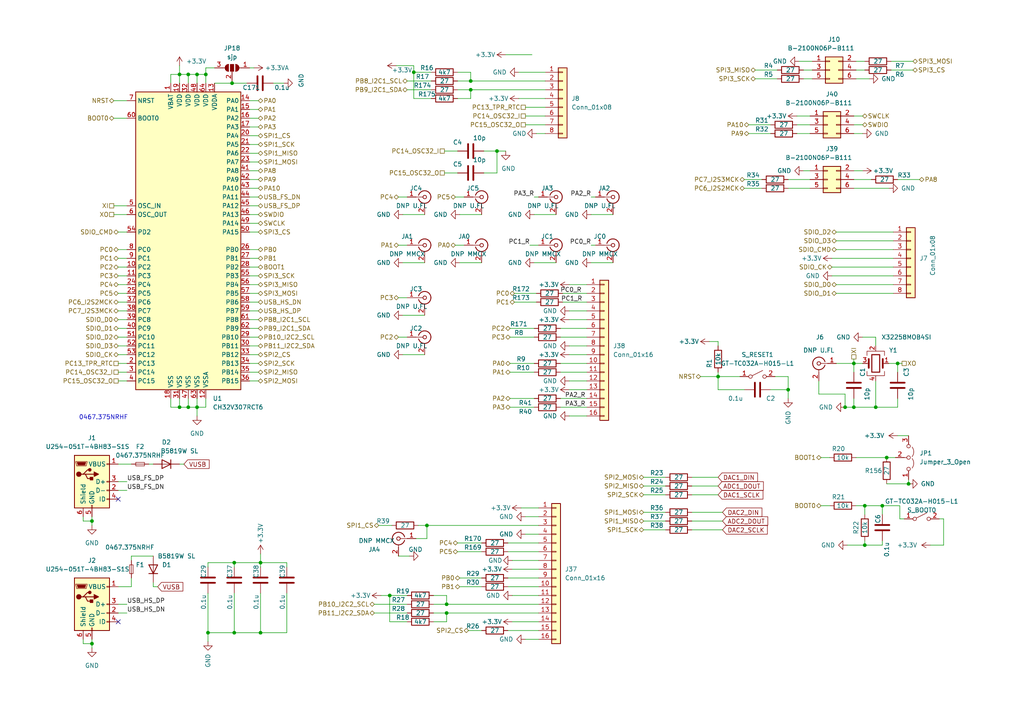
<source format=kicad_sch>
(kicad_sch (version 20211123) (generator eeschema)
  (paper "A4")
  (junction (at 129.54 175.26))
  (junction (at 67.945 163.195))
  (junction (at 263.525 140.335))
  (junction (at 255.905 146.685))
  (junction (at 113.03 172.72))
  (junction (at 60.325 183.515))
  (junction (at 250.825 146.685))
  (junction (at 52.07 118.11))
  (junction (at 57.15 21.59))
  (junction (at 75.565 163.195))
  (junction (at 254 118.11))
  (junction (at 26.67 186.69))
  (junction (at 52.07 21.59))
  (junction (at 67.945 183.515))
  (junction (at 247.65 118.11))
  (junction (at 67.31 24.13))
  (junction (at 260.35 105.41))
  (junction (at 54.61 21.59))
  (junction (at 123.825 152.4))
  (junction (at 208.28 109.22))
  (junction (at 120.015 20.955))
  (junction (at 250.825 158.115))
  (junction (at 59.69 21.59))
  (junction (at 257.175 132.715))
  (junction (at 129.54 177.8))
  (junction (at 54.61 118.11))
  (junction (at 228.6 113.03))
  (junction (at 57.15 118.11))
  (junction (at 136.525 26.035))
  (junction (at 247.65 105.41))
  (junction (at 245.11 118.11))
  (junction (at 144.145 43.815))
  (junction (at 75.565 183.515))
  (junction (at 136.525 23.495))
  (junction (at 26.67 151.13))
  (no_connect (at 34.29 180.34))
  (no_connect (at 34.29 144.78))
  (wire (pts (xy 72.39 85.09) (xy 74.93 85.09)))
  (wire (pts (xy 24.13 186.69) (xy 26.67 186.69)))
  (wire (pts (xy 34.29 85.09) (xy 36.83 85.09)))
  (wire (pts (xy 154.94 62.23) (xy 161.29 62.23)))
  (wire (pts (xy 133.35 170.18) (xy 139.7 170.18)))
  (wire (pts (xy 260.35 126.365) (xy 263.525 126.365)))
  (wire (pts (xy 72.39 31.75) (xy 74.93 31.75)))
  (wire (pts (xy 34.29 105.41) (xy 36.83 105.41)))
  (wire (pts (xy 147.32 170.18) (xy 156.21 170.18)))
  (wire (pts (xy 223.52 113.03) (xy 228.6 113.03)))
  (wire (pts (xy 34.29 80.01) (xy 36.83 80.01)))
  (wire (pts (xy 120.015 28.575) (xy 125.095 28.575)))
  (wire (pts (xy 115.57 57.15) (xy 118.11 57.15)))
  (wire (pts (xy 269.875 158.115) (xy 273.685 158.115)))
  (wire (pts (xy 260.35 105.41) (xy 261.62 105.41)))
  (wire (pts (xy 165.1 110.49) (xy 170.18 110.49)))
  (wire (pts (xy 233.045 49.53) (xy 234.95 49.53)))
  (wire (pts (xy 147.955 118.11) (xy 154.94 118.11)))
  (wire (pts (xy 115.57 86.36) (xy 118.11 86.36)))
  (wire (pts (xy 72.39 80.01) (xy 74.93 80.01)))
  (wire (pts (xy 228.6 109.22) (xy 228.6 113.03)))
  (wire (pts (xy 34.29 139.7) (xy 36.83 139.7)))
  (wire (pts (xy 260.985 146.685) (xy 260.985 150.495)))
  (wire (pts (xy 52.07 19.05) (xy 52.07 21.59)))
  (wire (pts (xy 67.945 163.195) (xy 67.945 164.465)))
  (wire (pts (xy 163.195 85.09) (xy 170.18 85.09)))
  (wire (pts (xy 146.685 15.875) (xy 154.305 15.875)))
  (wire (pts (xy 254 110.49) (xy 254 118.11)))
  (wire (pts (xy 34.29 95.25) (xy 36.83 95.25)))
  (wire (pts (xy 121.285 152.4) (xy 123.825 152.4)))
  (wire (pts (xy 165.1 100.33) (xy 170.18 100.33)))
  (wire (pts (xy 147.955 115.57) (xy 154.94 115.57)))
  (wire (pts (xy 231.14 38.735) (xy 234.95 38.735)))
  (wire (pts (xy 245.11 118.11) (xy 247.65 118.11)))
  (wire (pts (xy 248.285 132.715) (xy 257.175 132.715)))
  (wire (pts (xy 242.57 67.31) (xy 259.08 67.31)))
  (wire (pts (xy 132.715 23.495) (xy 136.525 23.495)))
  (wire (pts (xy 60.325 183.515) (xy 60.325 186.055)))
  (wire (pts (xy 242.57 82.55) (xy 259.08 82.55)))
  (wire (pts (xy 129.54 177.8) (xy 156.21 177.8)))
  (wire (pts (xy 242.57 85.09) (xy 259.08 85.09)))
  (wire (pts (xy 113.03 180.34) (xy 118.11 180.34)))
  (wire (pts (xy 215.9 52.07) (xy 220.98 52.07)))
  (wire (pts (xy 72.39 39.37) (xy 74.93 39.37)))
  (wire (pts (xy 242.57 105.41) (xy 247.65 105.41)))
  (wire (pts (xy 72.39 29.21) (xy 74.93 29.21)))
  (wire (pts (xy 59.69 19.685) (xy 59.69 21.59)))
  (wire (pts (xy 233.045 22.86) (xy 235.585 22.86)))
  (wire (pts (xy 150.495 20.955) (xy 158.115 20.955)))
  (wire (pts (xy 152.4 185.42) (xy 156.21 185.42)))
  (wire (pts (xy 33.02 29.21) (xy 36.83 29.21)))
  (wire (pts (xy 110.49 172.72) (xy 113.03 172.72)))
  (wire (pts (xy 242.57 72.39) (xy 259.08 72.39)))
  (wire (pts (xy 223.52 38.735) (xy 217.17 38.735)))
  (wire (pts (xy 247.65 104.14) (xy 247.65 105.41)))
  (wire (pts (xy 231.14 33.655) (xy 234.95 33.655)))
  (wire (pts (xy 132.715 26.035) (xy 136.525 26.035)))
  (wire (pts (xy 72.39 97.79) (xy 74.93 97.79)))
  (wire (pts (xy 136.525 20.955) (xy 136.525 23.495)))
  (wire (pts (xy 125.73 177.8) (xy 129.54 177.8)))
  (wire (pts (xy 52.07 21.59) (xy 54.61 21.59)))
  (wire (pts (xy 132.715 160.02) (xy 139.7 160.02)))
  (wire (pts (xy 144.145 43.815) (xy 146.685 43.815)))
  (wire (pts (xy 125.095 26.035) (xy 118.11 26.035)))
  (wire (pts (xy 208.28 99.06) (xy 208.28 100.33)))
  (wire (pts (xy 34.29 107.95) (xy 36.83 107.95)))
  (wire (pts (xy 165.1 102.87) (xy 170.18 102.87)))
  (wire (pts (xy 241.3 80.01) (xy 259.08 80.01)))
  (wire (pts (xy 165.1 92.71) (xy 170.18 92.71)))
  (wire (pts (xy 128.905 43.815) (xy 132.715 43.815)))
  (wire (pts (xy 123.825 156.21) (xy 123.825 152.4)))
  (wire (pts (xy 54.61 21.59) (xy 54.61 24.13)))
  (wire (pts (xy 120.015 20.955) (xy 120.015 28.575)))
  (wire (pts (xy 171.45 62.23) (xy 177.8 62.23)))
  (wire (pts (xy 34.29 77.47) (xy 36.83 77.47)))
  (wire (pts (xy 254 118.11) (xy 260.35 118.11)))
  (wire (pts (xy 200.66 138.43) (xy 208.28 138.43)))
  (wire (pts (xy 118.11 23.495) (xy 125.095 23.495)))
  (wire (pts (xy 237.49 114.3) (xy 245.11 114.3)))
  (wire (pts (xy 60.325 163.195) (xy 67.945 163.195)))
  (wire (pts (xy 49.53 21.59) (xy 49.53 24.13)))
  (wire (pts (xy 43.18 134.62) (xy 44.45 134.62)))
  (wire (pts (xy 75.565 163.195) (xy 75.565 164.465)))
  (wire (pts (xy 241.3 77.47) (xy 259.08 77.47)))
  (wire (pts (xy 72.39 54.61) (xy 74.93 54.61)))
  (wire (pts (xy 241.3 74.93) (xy 259.08 74.93)))
  (wire (pts (xy 125.095 20.955) (xy 120.015 20.955)))
  (wire (pts (xy 72.39 87.63) (xy 74.93 87.63)))
  (wire (pts (xy 123.825 152.4) (xy 156.21 152.4)))
  (wire (pts (xy 228.6 113.03) (xy 228.6 115.57)))
  (wire (pts (xy 129.54 175.26) (xy 156.21 175.26)))
  (wire (pts (xy 250.19 97.79) (xy 254 97.79)))
  (wire (pts (xy 24.13 149.86) (xy 24.13 151.13)))
  (wire (pts (xy 203.2 109.22) (xy 208.28 109.22)))
  (wire (pts (xy 82.296 24.13) (xy 79.248 24.13)))
  (wire (pts (xy 257.81 105.41) (xy 260.35 105.41)))
  (wire (pts (xy 147.955 105.41) (xy 154.94 105.41)))
  (wire (pts (xy 115.57 71.12) (xy 118.11 71.12)))
  (wire (pts (xy 24.13 185.42) (xy 24.13 186.69)))
  (wire (pts (xy 255.905 146.685) (xy 255.905 149.225)))
  (wire (pts (xy 60.325 163.195) (xy 60.325 164.465)))
  (wire (pts (xy 109.855 152.4) (xy 113.665 152.4)))
  (wire (pts (xy 200.66 148.59) (xy 209.55 148.59)))
  (wire (pts (xy 231.14 36.195) (xy 234.95 36.195)))
  (wire (pts (xy 171.45 57.15) (xy 172.72 57.15)))
  (wire (pts (xy 75.565 163.195) (xy 75.565 160.655)))
  (wire (pts (xy 72.39 92.71) (xy 74.93 92.71)))
  (wire (pts (xy 266.7 52.07) (xy 260.35 52.07)))
  (wire (pts (xy 247.65 105.41) (xy 250.19 105.41)))
  (wire (pts (xy 147.955 97.79) (xy 154.94 97.79)))
  (wire (pts (xy 57.15 21.59) (xy 57.15 24.13)))
  (wire (pts (xy 72.39 102.87) (xy 74.93 102.87)))
  (wire (pts (xy 252.095 22.86) (xy 248.285 22.86)))
  (wire (pts (xy 132.715 20.955) (xy 136.525 20.955)))
  (wire (pts (xy 75.565 163.195) (xy 83.185 163.195)))
  (wire (pts (xy 72.39 95.25) (xy 74.93 95.25)))
  (wire (pts (xy 237.49 110.49) (xy 237.49 114.3)))
  (wire (pts (xy 120.015 19.05) (xy 120.015 20.955)))
  (wire (pts (xy 136.525 23.495) (xy 158.115 23.495)))
  (wire (pts (xy 208.28 109.22) (xy 214.63 109.22)))
  (wire (pts (xy 115.57 97.79) (xy 118.11 97.79)))
  (wire (pts (xy 57.15 21.59) (xy 59.69 21.59)))
  (wire (pts (xy 260.35 118.11) (xy 260.35 115.57)))
  (wire (pts (xy 250.825 146.685) (xy 250.825 149.225)))
  (wire (pts (xy 148.59 172.72) (xy 156.21 172.72)))
  (wire (pts (xy 228.6 54.61) (xy 234.95 54.61)))
  (wire (pts (xy 72.39 49.53) (xy 74.93 49.53)))
  (wire (pts (xy 34.29 92.71) (xy 36.83 92.71)))
  (wire (pts (xy 150.495 28.575) (xy 158.115 28.575)))
  (wire (pts (xy 165.1 120.65) (xy 170.18 120.65)))
  (wire (pts (xy 260.35 105.41) (xy 260.35 107.95)))
  (wire (pts (xy 162.56 118.11) (xy 170.18 118.11)))
  (wire (pts (xy 147.32 160.02) (xy 156.21 160.02)))
  (wire (pts (xy 67.945 172.085) (xy 67.945 183.515)))
  (wire (pts (xy 26.67 185.42) (xy 26.67 186.69)))
  (wire (pts (xy 149.225 85.09) (xy 155.575 85.09)))
  (wire (pts (xy 208.28 107.95) (xy 208.28 109.22)))
  (wire (pts (xy 72.39 64.77) (xy 74.93 64.77)))
  (wire (pts (xy 200.66 153.67) (xy 209.55 153.67)))
  (wire (pts (xy 250.825 156.845) (xy 250.825 158.115)))
  (wire (pts (xy 147.32 167.64) (xy 156.21 167.64)))
  (wire (pts (xy 154.94 76.2) (xy 161.29 76.2)))
  (wire (pts (xy 136.525 26.035) (xy 158.115 26.035)))
  (wire (pts (xy 264.795 20.32) (xy 258.445 20.32)))
  (wire (pts (xy 118.745 161.29) (xy 115.57 161.29)))
  (wire (pts (xy 162.56 95.25) (xy 170.18 95.25)))
  (wire (pts (xy 186.69 151.13) (xy 193.04 151.13)))
  (wire (pts (xy 53.34 134.62) (xy 52.07 134.62)))
  (wire (pts (xy 162.56 107.95) (xy 170.18 107.95)))
  (wire (pts (xy 238.125 146.685) (xy 240.665 146.685)))
  (wire (pts (xy 33.02 62.23) (xy 36.83 62.23)))
  (wire (pts (xy 38.1 167.64) (xy 38.1 170.18)))
  (wire (pts (xy 118.11 172.72) (xy 113.03 172.72)))
  (wire (pts (xy 208.28 109.22) (xy 208.28 113.03)))
  (wire (pts (xy 108.585 175.26) (xy 118.11 175.26)))
  (wire (pts (xy 264.795 17.78) (xy 258.445 17.78)))
  (wire (pts (xy 26.67 151.13) (xy 26.67 152.4)))
  (wire (pts (xy 200.66 140.97) (xy 208.28 140.97)))
  (wire (pts (xy 33.02 59.69) (xy 36.83 59.69)))
  (wire (pts (xy 263.525 140.335) (xy 257.175 140.335)))
  (wire (pts (xy 273.685 150.495) (xy 273.685 158.115)))
  (wire (pts (xy 57.15 120.65) (xy 57.15 118.11)))
  (wire (pts (xy 72.39 34.29) (xy 74.93 34.29)))
  (wire (pts (xy 34.29 177.8) (xy 36.83 177.8)))
  (wire (pts (xy 135.89 182.88) (xy 139.7 182.88)))
  (wire (pts (xy 125.73 175.26) (xy 129.54 175.26)))
  (wire (pts (xy 217.17 36.195) (xy 223.52 36.195)))
  (wire (pts (xy 34.29 175.26) (xy 36.83 175.26)))
  (wire (pts (xy 148.59 165.1) (xy 156.21 165.1)))
  (wire (pts (xy 250.825 158.115) (xy 255.905 158.115)))
  (wire (pts (xy 34.29 110.49) (xy 36.83 110.49)))
  (wire (pts (xy 255.905 158.115) (xy 255.905 156.845)))
  (wire (pts (xy 34.29 72.39) (xy 36.83 72.39)))
  (wire (pts (xy 72.39 105.41) (xy 74.93 105.41)))
  (wire (pts (xy 52.07 21.59) (xy 49.53 21.59)))
  (wire (pts (xy 238.125 132.715) (xy 240.665 132.715)))
  (wire (pts (xy 233.045 20.32) (xy 235.585 20.32)))
  (wire (pts (xy 272.415 150.495) (xy 273.685 150.495)))
  (wire (pts (xy 52.07 118.11) (xy 49.53 118.11)))
  (wire (pts (xy 72.39 52.07) (xy 74.93 52.07)))
  (wire (pts (xy 163.195 87.63) (xy 170.18 87.63)))
  (wire (pts (xy 67.945 183.515) (xy 60.325 183.515)))
  (wire (pts (xy 116.84 76.2) (xy 123.19 76.2)))
  (wire (pts (xy 83.185 163.195) (xy 83.185 164.465)))
  (wire (pts (xy 151.13 147.32) (xy 156.21 147.32)))
  (wire (pts (xy 34.29 100.33) (xy 36.83 100.33)))
  (wire (pts (xy 247.65 118.11) (xy 254 118.11)))
  (wire (pts (xy 72.39 57.15) (xy 74.93 57.15)))
  (wire (pts (xy 54.61 118.11) (xy 52.07 118.11)))
  (wire (pts (xy 200.66 151.13) (xy 209.55 151.13)))
  (wire (pts (xy 38.1 161.29) (xy 44.45 161.29)))
  (wire (pts (xy 116.84 62.23) (xy 123.19 62.23)))
  (wire (pts (xy 158.115 36.195) (xy 152.4 36.195)))
  (wire (pts (xy 132.08 57.15) (xy 134.62 57.15)))
  (wire (pts (xy 147.32 182.88) (xy 156.21 182.88)))
  (wire (pts (xy 34.29 142.24) (xy 36.83 142.24)))
  (wire (pts (xy 165.1 113.03) (xy 170.18 113.03)))
  (wire (pts (xy 72.39 44.45) (xy 74.93 44.45)))
  (wire (pts (xy 165.1 90.17) (xy 170.18 90.17)))
  (wire (pts (xy 72.39 72.39) (xy 74.93 72.39)))
  (wire (pts (xy 116.84 91.44) (xy 123.19 91.44)))
  (wire (pts (xy 72.39 107.95) (xy 74.93 107.95)))
  (wire (pts (xy 26.67 149.86) (xy 26.67 151.13)))
  (wire (pts (xy 38.1 162.56) (xy 38.1 161.29)))
  (wire (pts (xy 224.79 109.22) (xy 228.6 109.22)))
  (wire (pts (xy 147.32 157.48) (xy 156.21 157.48)))
  (wire (pts (xy 186.69 148.59) (xy 193.04 148.59)))
  (wire (pts (xy 59.69 21.59) (xy 59.69 24.13)))
  (wire (pts (xy 171.45 76.2) (xy 177.8 76.2)))
  (wire (pts (xy 133.35 167.64) (xy 139.7 167.64)))
  (wire (pts (xy 34.29 170.18) (xy 38.1 170.18)))
  (wire (pts (xy 33.02 34.29) (xy 36.83 34.29)))
  (wire (pts (xy 57.15 118.11) (xy 54.61 118.11)))
  (wire (pts (xy 149.225 87.63) (xy 155.575 87.63)))
  (wire (pts (xy 136.525 28.575) (xy 136.525 26.035)))
  (wire (pts (xy 34.29 97.79) (xy 36.83 97.79)))
  (wire (pts (xy 165.1 82.55) (xy 170.18 82.55)))
  (wire (pts (xy 116.84 102.87) (xy 123.19 102.87)))
  (wire (pts (xy 75.565 183.515) (xy 67.945 183.515)))
  (wire (pts (xy 162.56 97.79) (xy 170.18 97.79)))
  (wire (pts (xy 83.185 172.085) (xy 83.185 183.515)))
  (wire (pts (xy 120.65 156.21) (xy 123.825 156.21)))
  (wire (pts (xy 250.19 49.53) (xy 247.65 49.53)))
  (wire (pts (xy 26.67 186.69) (xy 26.67 187.96)))
  (wire (pts (xy 54.61 21.59) (xy 57.15 21.59)))
  (wire (pts (xy 72.39 82.55) (xy 74.93 82.55)))
  (wire (pts (xy 72.39 74.93) (xy 74.93 74.93)))
  (wire (pts (xy 158.115 38.735) (xy 155.575 38.735)))
  (wire (pts (xy 57.15 118.11) (xy 59.69 118.11)))
  (wire (pts (xy 34.29 102.87) (xy 36.83 102.87)))
  (wire (pts (xy 67.31 23.495) (xy 67.31 24.13)))
  (wire (pts (xy 128.905 50.165) (xy 132.715 50.165)))
  (wire (pts (xy 152.4 31.115) (xy 158.115 31.115)))
  (wire (pts (xy 250.19 38.735) (xy 247.65 38.735)))
  (wire (pts (xy 72.39 90.17) (xy 74.93 90.17)))
  (wire (pts (xy 72.39 46.99) (xy 74.93 46.99)))
  (wire (pts (xy 132.715 28.575) (xy 136.525 28.575)))
  (wire (pts (xy 52.07 118.11) (xy 52.07 115.57)))
  (wire (pts (xy 129.54 172.72) (xy 129.54 175.26)))
  (wire (pts (xy 67.945 163.195) (xy 75.565 163.195)))
  (wire (pts (xy 34.29 134.62) (xy 38.1 134.62)))
  (wire (pts (xy 129.54 180.34) (xy 129.54 177.8)))
  (wire (pts (xy 205.74 99.06) (xy 208.28 99.06)))
  (wire (pts (xy 67.31 24.13) (xy 71.628 24.13)))
  (wire (pts (xy 72.39 59.69) (xy 74.93 59.69)))
  (wire (pts (xy 254 97.79) (xy 254 100.33)))
  (wire (pts (xy 219.075 20.32) (xy 225.425 20.32)))
  (wire (pts (xy 62.23 24.13) (xy 67.31 24.13)))
  (wire (pts (xy 152.4 154.94) (xy 156.21 154.94)))
  (wire (pts (xy 250.19 33.655) (xy 247.65 33.655)))
  (wire (pts (xy 228.6 52.07) (xy 234.95 52.07)))
  (wire (pts (xy 133.35 76.2) (xy 139.7 76.2)))
  (wire (pts (xy 59.69 118.11) (xy 59.69 115.57)))
  (wire (pts (xy 114.935 19.05) (xy 120.015 19.05)))
  (wire (pts (xy 148.59 162.56) (xy 156.21 162.56)))
  (wire (pts (xy 257.81 54.61) (xy 247.65 54.61)))
  (wire (pts (xy 44.45 168.91) (xy 44.45 170.18)))
  (wire (pts (xy 72.39 77.47) (xy 74.93 77.47)))
  (wire (pts (xy 34.29 74.93) (xy 36.83 74.93)))
  (wire (pts (xy 133.35 62.23) (xy 139.7 62.23)))
  (wire (pts (xy 257.175 132.715) (xy 259.715 132.715)))
  (wire (pts (xy 147.955 95.25) (xy 154.94 95.25)))
  (wire (pts (xy 186.69 153.67) (xy 193.04 153.67)))
  (wire (pts (xy 263.525 140.335) (xy 263.525 139.065)))
  (wire (pts (xy 171.45 71.12) (xy 172.72 71.12)))
  (wire (pts (xy 186.69 138.43) (xy 193.04 138.43)))
  (wire (pts (xy 140.335 50.165) (xy 144.145 50.165)))
  (wire (pts (xy 231.775 17.78) (xy 235.585 17.78)))
  (wire (pts (xy 144.145 43.815) (xy 144.145 50.165)))
  (wire (pts (xy 72.39 62.23) (xy 74.93 62.23)))
  (wire (pts (xy 72.39 67.31) (xy 74.93 67.31)))
  (wire (pts (xy 242.57 69.85) (xy 259.08 69.85)))
  (wire (pts (xy 162.56 115.57) (xy 170.18 115.57)))
  (wire (pts (xy 132.715 157.48) (xy 139.7 157.48)))
  (wire (pts (xy 34.29 90.17) (xy 36.83 90.17)))
  (wire (pts (xy 247.65 115.57) (xy 247.65 118.11)))
  (wire (pts (xy 154.94 57.15) (xy 156.21 57.15)))
  (wire (pts (xy 148.59 180.34) (xy 156.21 180.34)))
  (wire (pts (xy 24.13 151.13) (xy 26.67 151.13)))
  (wire (pts (xy 158.115 33.655) (xy 152.4 33.655)))
  (wire (pts (xy 144.145 43.815) (xy 140.335 43.815)))
  (wire (pts (xy 219.075 22.86) (xy 225.425 22.86)))
  (wire (pts (xy 152.4 149.86) (xy 156.21 149.86)))
  (wire (pts (xy 248.285 146.685) (xy 250.825 146.685)))
  (wire (pts (xy 108.585 177.8) (xy 118.11 177.8)))
  (wire (pts (xy 72.39 41.91) (xy 74.93 41.91)))
  (wire (pts (xy 72.39 36.83) (xy 74.93 36.83)))
  (wire (pts (xy 62.23 19.685) (xy 59.69 19.685)))
  (wire (pts (xy 215.9 54.61) (xy 220.98 54.61)))
  (wire (pts (xy 186.69 143.51) (xy 193.04 143.51)))
  (wire (pts (xy 45.72 170.18) (xy 44.45 170.18)))
  (wire (pts (xy 72.39 110.49) (xy 74.93 110.49)))
  (wire (pts (xy 252.73 52.07) (xy 247.65 52.07)))
  (wire (pts (xy 132.08 71.12) (xy 134.62 71.12)))
  (wire (pts (xy 57.15 118.11) (xy 57.15 115.57)))
  (wire (pts (xy 34.29 87.63) (xy 36.83 87.63)))
  (wire (pts (xy 245.11 114.3) (xy 245.11 118.11)))
  (wire (pts (xy 34.29 82.55) (xy 36.83 82.55)))
  (wire (pts (xy 208.28 113.03) (xy 215.9 113.03)))
  (wire (pts (xy 83.185 183.515) (xy 75.565 183.515)))
  (wire (pts (xy 60.325 172.085) (xy 60.325 183.515)))
  (wire (pts (xy 52.07 21.59) (xy 52.07 24.13)))
  (wire (pts (xy 49.53 118.11) (xy 49.53 115.57)))
  (wire (pts (xy 250.825 146.685) (xy 255.905 146.685)))
  (wire (pts (xy 186.69 140.97) (xy 193.04 140.97)))
  (wire (pts (xy 73.66 19.685) (xy 72.39 19.685)))
  (wire (pts (xy 125.73 180.34) (xy 129.54 180.34)))
  (wire (pts (xy 247.65 105.41) (xy 247.65 107.95)))
  (wire (pts (xy 250.825 17.78) (xy 248.285 17.78)))
  (wire (pts (xy 260.985 150.495) (xy 262.255 150.495)))
  (wire (pts (xy 75.565 172.085) (xy 75.565 183.515)))
  (wire (pts (xy 255.905 146.685) (xy 260.985 146.685)))
  (wire (pts (xy 250.825 20.32) (xy 248.285 20.32)))
  (wire (pts (xy 125.73 172.72) (xy 129.54 172.72)))
  (wire (pts (xy 113.03 172.72) (xy 113.03 180.34)))
  (wire (pts (xy 200.66 143.51) (xy 208.28 143.51)))
  (wire (pts (xy 245.745 158.115) (xy 250.825 158.115)))
  (wire (pts (xy 54.61 118.11) (xy 54.61 115.57)))
  (wire (pts (xy 72.39 100.33) (xy 74.93 100.33)))
  (wire (pts (xy 162.56 105.41) (xy 170.18 105.41)))
  (wire (pts (xy 250.19 36.195) (xy 247.65 36.195)))
  (wire (pts (xy 147.955 107.95) (xy 154.94 107.95)))
  (wire (pts (xy 34.29 67.31) (xy 36.83 67.31)))
  (wire (pts (xy 153.67 71.12) (xy 156.21 71.12)))
  (text "0467.375NRHF" (at 22.86 121.92 0) (effects (font (size 1.27 1.27)) (justify left bottom)))
  (label "USB_HS_DN" (at 36.83 177.8 0))
  (label "PC0_R" (at 168.7063 85.09 180))
  (label "USB_FS_DP" (at 36.83 139.7 0))
  (label "PA3_R" (at 154.94 57.15 180))
  (label "USB_HS_DP" (at 36.83 175.26 0))
  (label "PA2_R" (at 171.45 57.15 180))
  (label "PC0_R" (at 171.45 71.12 180))
  (label "PC1_R" (at 168.91 87.63 180))
  (label "PA3_R" (at 163.83 118.11 0))
  (label "PC1_R" (at 153.67 71.12 180))
  (label "USB_FS_DN" (at 36.83 142.24 0))
  (label "PA2_R" (at 163.83 115.57 0))
  (global_label "DAC2_SCLK" (shape input) (at 209.55 153.67 0) (property "Intersheet References" "${INTERSHEET_REFS}" (effects hide)))
  (global_label "DAC1_DIN" (shape input) (at 208.28 138.43 0) (property "Intersheet References" "${INTERSHEET_REFS}" (effects hide)))
  (global_label "VUSB" (shape input) (at 53.34 134.62 0) (property "Intersheet References" "${INTERSHEET_REFS}" (effects hide)))
  (global_label "VUSB" (shape input) (at 45.72 170.18 0) (property "Intersheet References" "${INTERSHEET_REFS}" (effects hide)))
  (global_label "DAC2_DIN" (shape input) (at 209.55 148.59 0) (property "Intersheet References" "${INTERSHEET_REFS}" (effects hide)))
  (global_label "ADC1_DOUT" (shape input) (at 208.28 140.97 0) (property "Intersheet References" "${INTERSHEET_REFS}" (effects hide)))
  (global_label "ADC2_DOUT" (shape input) (at 209.55 151.13 0) (property "Intersheet References" "${INTERSHEET_REFS}" (effects hide)))
  (global_label "DAC1_SCLK" (shape input) (at 208.28 143.51 0) (property "Intersheet References" "${INTERSHEET_REFS}" (effects hide)))
  (hierarchical_label "PC3" (shape bidirectional) (at 147.955 97.79 180))
  (hierarchical_label "PA9" (shape bidirectional) (at 217.17 38.735 180))
  (hierarchical_label "XO" (shape passive) (at 261.62 105.41 0))
  (hierarchical_label "PA1" (shape bidirectional) (at 147.955 107.95 180))
  (hierarchical_label "PA3" (shape bidirectional) (at 74.93 36.83 0))
  (hierarchical_label "PB1" (shape bidirectional) (at 74.93 74.93 0))
  (hierarchical_label "NRST" (shape bidirectional) (at 203.2 109.22 180))
  (hierarchical_label "SWCLK" (shape bidirectional) (at 250.19 33.655 0))
  (hierarchical_label "SPI1_SCK" (shape bidirectional) (at 74.93 41.91 0))
  (hierarchical_label "SPI1_MISO" (shape bidirectional) (at 74.93 44.45 0))
  (hierarchical_label "SPI3_MOSI" (shape bidirectional) (at 74.93 85.09 0))
  (hierarchical_label "XO" (shape passive) (at 33.02 62.23 180))
  (hierarchical_label "SDIO_CMD" (shape bidirectional) (at 34.29 67.31 180))
  (hierarchical_label "SPI2_SCK" (shape bidirectional) (at 74.93 105.41 0))
  (hierarchical_label "PC6_I2S2MCK" (shape bidirectional) (at 34.29 87.63 180))
  (hierarchical_label "SDIO_D2" (shape bidirectional) (at 242.57 67.31 180))
  (hierarchical_label "PC6_I2S2MCK" (shape bidirectional) (at 215.9 54.61 180))
  (hierarchical_label "PC5" (shape bidirectional) (at 34.29 85.09 180))
  (hierarchical_label "PB10_I2C2_SCL" (shape bidirectional) (at 108.585 175.26 180))
  (hierarchical_label "PA9" (shape bidirectional) (at 74.93 52.07 0))
  (hierarchical_label "PA3" (shape bidirectional) (at 147.955 118.11 180))
  (hierarchical_label "PA10" (shape bidirectional) (at 74.93 54.61 0))
  (hierarchical_label "PB9_I2C1_SDA" (shape bidirectional) (at 74.93 95.25 0))
  (hierarchical_label "PA2" (shape bidirectional) (at 74.93 34.29 0))
  (hierarchical_label "PC7_I2S3MCK" (shape bidirectional) (at 215.9 52.07 180))
  (hierarchical_label "SPI1_CS" (shape bidirectional) (at 109.855 152.4 180))
  (hierarchical_label "PC1" (shape bidirectional) (at 149.225 87.63 180))
  (hierarchical_label "SPI3_MISO" (shape bidirectional) (at 219.075 20.32 180))
  (hierarchical_label "BOOT1" (shape bidirectional) (at 238.125 132.715 180))
  (hierarchical_label "PC14_OSC32_I" (shape passive) (at 128.905 43.815 180))
  (hierarchical_label "SDIO_D0" (shape bidirectional) (at 242.57 82.55 180))
  (hierarchical_label "NRST" (shape bidirectional) (at 33.02 29.21 180))
  (hierarchical_label "SPI1_MOSI" (shape bidirectional) (at 186.69 148.59 180))
  (hierarchical_label "SDIO_D2" (shape bidirectional) (at 34.29 97.79 180))
  (hierarchical_label "USB_FS_DN" (shape bidirectional) (at 74.93 57.15 0))
  (hierarchical_label "SPI1_SCK" (shape bidirectional) (at 186.69 153.67 180))
  (hierarchical_label "SPI3_CS" (shape bidirectional) (at 74.93 67.31 0))
  (hierarchical_label "PB0" (shape bidirectional) (at 74.93 72.39 0))
  (hierarchical_label "SPI3_MISO" (shape bidirectional) (at 74.93 82.55 0))
  (hierarchical_label "PA2" (shape bidirectional) (at 147.955 115.57 180))
  (hierarchical_label "SPI3_SCK" (shape bidirectional) (at 74.93 80.01 0))
  (hierarchical_label "SPI1_MOSI" (shape bidirectional) (at 74.93 46.99 0))
  (hierarchical_label "SPI2_MISO" (shape bidirectional) (at 74.93 107.95 0))
  (hierarchical_label "PC2" (shape bidirectional) (at 147.955 95.25 180))
  (hierarchical_label "PC3" (shape bidirectional) (at 115.57 86.36 180))
  (hierarchical_label "SPI3_MOSI" (shape bidirectional) (at 264.795 17.78 0))
  (hierarchical_label "PC13_TPR_RTC" (shape passive) (at 152.4 31.115 180))
  (hierarchical_label "USB_HS_DP" (shape bidirectional) (at 74.93 90.17 0))
  (hierarchical_label "XI" (shape passive) (at 33.02 59.69 180))
  (hierarchical_label "SWDIO" (shape bidirectional) (at 250.19 36.195 0))
  (hierarchical_label "PA1" (shape bidirectional) (at 115.57 71.12 180))
  (hierarchical_label "PC14_OSC32_I" (shape passive) (at 152.4 33.655 180))
  (hierarchical_label "SDIO_CMD" (shape bidirectional) (at 242.57 72.39 180))
  (hierarchical_label "PC4" (shape bidirectional) (at 34.29 82.55 180))
  (hierarchical_label "PA0" (shape bidirectional) (at 132.08 71.12 180))
  (hierarchical_label "PA8" (shape bidirectional) (at 74.93 49.53 0))
  (hierarchical_label "PB8_I2C1_SCL" (shape bidirectional) (at 74.93 92.71 0))
  (hierarchical_label "PB10_I2C2_SCL" (shape bidirectional) (at 74.93 97.79 0))
  (hierarchical_label "PC3" (shape bidirectional) (at 34.29 80.01 180))
  (hierarchical_label "SWDIO" (shape bidirectional) (at 74.93 62.23 0))
  (hierarchical_label "BOOT0" (shape bidirectional) (at 33.02 34.29 180))
  (hierarchical_label "PA8" (shape bidirectional) (at 266.7 52.07 0))
  (hierarchical_label "BOOT1" (shape bidirectional) (at 74.93 77.47 0))
  (hierarchical_label "USB_FS_DP" (shape bidirectional) (at 74.93 59.69 0))
  (hierarchical_label "SPI3_CS" (shape bidirectional) (at 264.795 20.32 0))
  (hierarchical_label "PC0" (shape bidirectional) (at 34.29 72.39 180))
  (hierarchical_label "PC2" (shape bidirectional) (at 115.57 97.79 180))
  (hierarchical_label "PA0" (shape bidirectional) (at 147.955 105.41 180))
  (hierarchical_label "SWCLK" (shape bidirectional) (at 74.93 64.77 0))
  (hierarchical_label "SDIO_CK" (shape bidirectional) (at 34.29 102.87 180))
  (hierarchical_label "SDIO_D3" (shape bidirectional) (at 242.57 69.85 180))
  (hierarchical_label "PA10" (shape bidirectional) (at 217.17 36.195 180))
  (hierarchical_label "PB11_I2C2_SDA" (shape bidirectional) (at 74.93 100.33 0))
  (hierarchical_label "PC5" (shape bidirectional) (at 132.715 160.02 180))
  (hierarchical_label "PB0" (shape bidirectional) (at 133.35 167.64 180))
  (hierarchical_label "SDIO_D3" (shape bidirectional) (at 34.29 100.33 180))
  (hierarchical_label "PC4" (shape bidirectional) (at 115.57 57.15 180))
  (hierarchical_label "BOOT0" (shape bidirectional) (at 238.125 146.685 180))
  (hierarchical_label "USB_HS_DN" (shape bidirectional) (at 74.93 87.63 0))
  (hierarchical_label "SDIO_D1" (shape bidirectional) (at 242.57 85.09 180))
  (hierarchical_label "SPI2_MOSI" (shape bidirectional) (at 74.93 110.49 0))
  (hierarchical_label "PC13_TPR_RTC" (shape passive) (at 34.29 105.41 180))
  (hierarchical_label "SPI1_CS" (shape bidirectional) (at 74.93 39.37 0))
  (hierarchical_label "SDIO_D0" (shape bidirectional) (at 34.29 92.71 180))
  (hierarchical_label "PC5" (shape bidirectional) (at 132.08 57.15 180))
  (hierarchical_label "PB8_I2C1_SCL" (shape bidirectional) (at 118.11 23.495 180))
  (hierarchical_label "PC14_OSC32_I" (shape passive) (at 34.29 107.95 180))
  (hierarchical_label "PB1" (shape bidirectional) (at 133.35 170.18 180))
  (hierarchical_label "PA0" (shape bidirectional) (at 74.93 29.21 0))
  (hierarchical_label "PC0" (shape bidirectional) (at 149.225 85.09 180))
  (hierarchical_label "SPI2_SCK" (shape bidirectional) (at 186.69 143.51 180))
  (hierarchical_label "SPI2_CS" (shape bidirectional) (at 74.93 102.87 0))
  (hierarchical_label "PC1" (shape bidirectional) (at 34.29 74.93 180))
  (hierarchical_label "PC15_OSC32_O" (shape passive) (at 34.29 110.49 180))
  (hierarchical_label "SPI2_MISO" (shape bidirectional) (at 186.69 140.97 180))
  (hierarchical_label "PB9_I2C1_SDA" (shape bidirectional) (at 118.11 26.035 180))
  (hierarchical_label "SDIO_CK" (shape bidirectional) (at 241.3 77.47 180))
  (hierarchical_label "PA1" (shape bidirectional) (at 74.93 31.75 0))
  (hierarchical_label "SPI2_MOSI" (shape bidirectional) (at 186.69 138.43 180))
  (hierarchical_label "PC2" (shape bidirectional) (at 34.29 77.47 180))
  (hierarchical_label "XI" (shape passive) (at 247.65 104.14 90))
  (hierarchical_label "SPI2_CS" (shape bidirectional) (at 135.89 182.88 180))
  (hierarchical_label "PC15_OSC32_O" (shape passive) (at 152.4 36.195 180))
  (hierarchical_label "PB11_I2C2_SDA" (shape bidirectional) (at 108.585 177.8 180))
  (hierarchical_label "PC4" (shape bidirectional) (at 132.715 157.48 180))
  (hierarchical_label "PC7_I2S3MCK" (shape bidirectional) (at 34.29 90.17 180))
  (hierarchical_label "SDIO_D1" (shape bidirectional) (at 34.29 95.25 180))
  (hierarchical_label "PC15_OSC32_O" (shape passive) (at 128.905 50.165 180))
  (hierarchical_label "SPI3_SCK" (shape bidirectional) (at 219.075 22.86 180))
  (hierarchical_label "SPI1_MISO" (shape bidirectional) (at 186.69 151.13 180))
  (symbol (lib_id "Device:Crystal_GND24") (at 254 105.41 0) (mirror y) (unit 1)
    (property "Reference" "Y1" (at 259.08 101.6 0))
    (property "Value" "X32258MOB4SI" (at 262.89 97.79 0))
    (property "Footprint" "Crystal:Crystal_SMD_SeikoEpson_TSX3225-4Pin_3.2x2.5mm" (effects hide))
  )
  (symbol (lib_id "power:+3.3V") (at 148.59 165.1 90) (unit 1)
    (property "Reference" "#PWR0132" (effects hide))
    (property "Value" "+3.3V" (at 139.7 165.1 90) (effects (justify right)))
  )
  (symbol (lib_id "power:GND") (at 241.3 80.01 270) (unit 1)
    (property "Reference" "#PWR0124" (effects hide))
    (property "Value" "GND" (at 233.68 80.01 90) (effects (justify left)))
  )
  (symbol (lib_id "power:+3.3V") (at 231.14 33.655 90) (unit 1)
    (property "Reference" "#PWR0120" (effects hide))
    (property "Value" "+3.3V" (at 222.25 33.655 90) (effects (justify right)))
  )
  (symbol (lib_id "Device:C") (at 260.35 111.76 180) (unit 1)
    (property "Reference" "C3" (at 262.89 107.95 90))
    (property "Value" "10p" (at 264.16 114.3 90))
    (property "Footprint" "Capacitor_SMD:C_0603_1608Metric_Pad1.08x0.95mm_HandSolder" (effects hide))
  )
  (symbol (lib_id "Device:R") (at 159.385 87.63 90) (unit 1)
    (property "Reference" "R173" (at 151.13 86.36 90))
    (property "Value" "27" (at 159.385 87.63 90))
    (property "Footprint" "Resistor_SMD:R_0603_1608Metric_Pad0.98x0.95mm_HandSolder" (effects hide))
  )
  (symbol (lib_id "Device:D") (at 48.26 134.62 180) (unit 1)
    (property "Reference" "D2" (at 48.26 128.27 0))
    (property "Value" "B5819W SL" (at 52.07 130.81 0))
    (property "Footprint" "Diode_SMD:D_SOD-123" (effects hide))
  )
  (symbol (lib_id "power:GND") (at 82.296 24.13 90) (unit 1)
    (property "Reference" "#PWR0258" (effects hide))
    (property "Value" "GND" (at 87.376 25.4 0) (effects (justify left)))
  )
  (symbol (lib_id "power:GND") (at 252.095 22.86 90) (unit 1)
    (property "Reference" "#PWR0106" (effects hide))
    (property "Value" "GND" (at 259.715 22.86 90) (effects (justify left)))
  )
  (symbol (lib_id "Device:Fuse_Small") (at 38.1 165.1 90) (unit 1)
    (property "Reference" "F1" (at 39.37 163.8299 90) (effects (justify right)))
    (property "Value" "0467.375NRHF" (at 30.48 158.75 90) (effects (justify right)))
    (property "Footprint" "Fuse:Fuse_0603_1608Metric_Pad1.05x0.95mm_HandSolder" (effects hide))
  )
  (symbol (lib_id "power:GND") (at 133.35 62.23 270) (unit 1)
    (property "Reference" "#PWR0265" (effects hide))
    (property "Value" "GND" (at 125.73 62.23 90) (effects (justify left)))
  )
  (symbol (lib_id "Device:R") (at 128.905 23.495 90) (unit 1)
    (property "Reference" "R17" (at 122.555 22.225 90))
    (property "Value" "27" (at 128.905 23.495 90))
    (property "Footprint" "Resistor_SMD:R_0603_1608Metric_Pad0.98x0.95mm_HandSolder" (effects hide))
  )
  (symbol (lib_id "Device:R") (at 117.475 152.4 90) (unit 1)
    (property "Reference" "R39" (at 111.125 151.13 90))
    (property "Value" "27" (at 117.475 152.4 90))
    (property "Footprint" "Resistor_SMD:R_0603_1608Metric_Pad0.98x0.95mm_HandSolder" (effects hide))
  )
  (symbol (lib_id "Device:C") (at 255.905 153.035 180) (unit 1)
    (property "Reference" "C6" (at 254.635 150.495 90))
    (property "Value" "0.1u" (at 257.175 159.385 90))
    (property "Footprint" "Capacitor_SMD:C_0603_1608Metric_Pad1.08x0.95mm_HandSolder" (effects hide))
  )
  (symbol (lib_id "power:GND") (at 154.94 76.2 270) (unit 1)
    (property "Reference" "#PWR0269" (effects hide))
    (property "Value" "GND" (at 147.32 76.2 90) (effects (justify left)))
  )
  (symbol (lib_id "Device:R") (at 208.28 104.14 180) (unit 1)
    (property "Reference" "R1" (at 205.74 105.41 90))
    (property "Value" "10k" (at 208.28 104.14 90))
    (property "Footprint" "Resistor_SMD:R_0603_1608Metric_Pad0.98x0.95mm_HandSolder" (effects hide))
  )
  (symbol (lib_id "Device:C") (at 75.438 24.13 270) (unit 1)
    (property "Reference" "C171" (at 72.898 25.4 90))
    (property "Value" "0.1u" (at 81.788 25.4 90))
    (property "Footprint" "Capacitor_SMD:C_0603_1608Metric_Pad1.08x0.95mm_HandSolder" (effects hide))
  )
  (symbol (lib_id "Connector:Conn_Coaxial") (at 123.19 86.36 0) (unit 1)
    (property "Reference" "JC3" (at 120.65 83.82 0))
    (property "Value" "DNP U.FL" (at 119.38 88.9 0))
    (property "Footprint" "Connector_Coaxial:U.FL_Hirose_U.FL-R-SMT-1_Vertical" (effects hide))
    (property "Datasheet" " ~" (effects hide))
  )
  (symbol (lib_id "Device:R") (at 250.825 153.035 0) (unit 1)
    (property "Reference" "R22" (at 248.285 153.035 90))
    (property "Value" "10k" (at 250.825 153.035 90))
    (property "Footprint" "Resistor_SMD:R_0603_1608Metric_Pad0.98x0.95mm_HandSolder" (effects hide))
  )
  (symbol (lib_id "power:GND") (at 257.81 54.61 90) (unit 1)
    (property "Reference" "#PWR0122" (effects hide))
    (property "Value" "GND" (at 265.43 54.61 90) (effects (justify left)))
  )
  (symbol (lib_id "power:GND") (at 146.685 43.815 0) (unit 1)
    (property "Reference" "#PWR0126" (effects hide))
    (property "Value" "GND" (at 145.415 48.895 0) (effects (justify left)))
  )
  (symbol (lib_id "power:GND") (at 228.6 115.57 0) (unit 1)
    (property "Reference" "#PWR0123" (effects hide))
    (property "Value" "GND" (at 228.6 123.19 90) (effects (justify left)))
  )
  (symbol (lib_id "Device:R") (at 158.75 107.95 90) (unit 1)
    (property "Reference" "R10" (at 151.765 106.68 90))
    (property "Value" "27" (at 158.75 107.95 90))
    (property "Footprint" "Resistor_SMD:R_0603_1608Metric_Pad0.98x0.95mm_HandSolder" (effects hide))
  )
  (symbol (lib_id "Device:R") (at 121.92 172.72 90) (unit 1)
    (property "Reference" "R19" (at 116.84 171.45 90))
    (property "Value" "4k7" (at 121.92 172.72 90))
    (property "Footprint" "Resistor_SMD:R_0603_1608Metric_Pad0.98x0.95mm_HandSolder" (effects hide))
  )
  (symbol (lib_id "power:GND") (at 165.1 100.33 270) (mirror x) (unit 1)
    (property "Reference" "#PWR0115" (effects hide))
    (property "Value" "GND" (at 157.48 100.33 90) (effects (justify left)))
  )
  (symbol (lib_id "Connector:Conn_Coaxial") (at 161.29 71.12 0) (unit 1)
    (property "Reference" "JC1" (at 158.75 68.58 0))
    (property "Value" "DNP MMCX" (at 157.48 73.66 0))
    (property "Footprint" "SamacSys_Parts:MMCX_Molex_SMT_734152061_Vertical" (effects hide))
    (property "Datasheet" " ~" (effects hide))
  )
  (symbol (lib_id "Device:C") (at 136.525 50.165 270) (unit 1)
    (property "Reference" "C5" (at 132.715 47.625 90))
    (property "Value" "10p" (at 139.065 46.355 90))
    (property "Footprint" "Capacitor_SMD:C_0603_1608Metric_Pad1.08x0.95mm_HandSolder" (effects hide))
  )
  (symbol (lib_id "Connector:Conn_Coaxial") (at 237.49 105.41 0) (mirror y) (unit 1)
    (property "Reference" "J6" (at 237.8074 97.79 0))
    (property "Value" "DNP U.FL" (at 237.49 101.6 0))
    (property "Footprint" "Connector_Coaxial:U.FL_Hirose_U.FL-R-SMT-1_Vertical" (effects hide))
    (property "Datasheet" " ~" (effects hide))
  )
  (symbol (lib_id "Connector:Conn_Coaxial") (at 139.7 71.12 0) (unit 1)
    (property "Reference" "JA0" (at 134.62 68.58 0))
    (property "Value" "DNP MMCX" (at 135.89 73.66 0))
    (property "Footprint" "SamacSys_Parts:MMCX_Molex_SMT_734152061_Vertical" (effects hide))
    (property "Datasheet" " ~" (effects hide))
  )
  (symbol (lib_id "power:GND") (at 118.745 161.29 90) (unit 1)
    (property "Reference" "#PWR0138" (effects hide))
    (property "Value" "GND" (at 122.555 159.385 90) (effects (justify left)))
  )
  (symbol (lib_id "power:GND") (at 26.67 152.4 0) (unit 1)
    (property "Reference" "#PWR0117" (effects hide))
    (property "Value" "GND" (at 26.67 157.48 0))
  )
  (symbol (lib_id "Jumper:Jumper_3_Open") (at 263.525 132.715 270) (mirror x) (unit 1)
    (property "Reference" "JP1" (at 266.7 131.4449 90) (effects (justify left)))
    (property "Value" "Jumper_3_Open" (at 266.7 133.9849 90) (effects (justify left)))
    (property "Footprint" "Connector_PinHeader_2.00mm:PinHeader_1x03_P2.00mm_Vertical" (effects hide))
  )
  (symbol (lib_id "Connector:Conn_Coaxial") (at 123.19 97.79 0) (unit 1)
    (property "Reference" "JC2" (at 120.65 95.25 0))
    (property "Value" "DNP U.FL" (at 119.38 100.33 0))
    (property "Footprint" "Connector_Coaxial:U.FL_Hirose_U.FL-R-SMT-1_Vertical" (effects hide))
    (property "Datasheet" " ~" (effects hide))
  )
  (symbol (lib_id "wch-mcu:CH32V307RCT6") (at 36.83 29.21 0) (unit 1)
    (property "Reference" "U1" (at 61.7094 115.57 0) (effects (justify left)))
    (property "Value" "CH32V307RCT6" (at 61.7094 118.11 0) (effects (justify left)))
    (property "Footprint" "Package_QFP:LQFP-64_10x10mm_P0.5mm" (effects hide))
    (property "Datasheet" "https://datasheet.lcsc.com/lcsc/2203311630_WCH-Jiangsu-Qin-Heng-CH32V307RCT6_C2988083.pdf" (effects hide))
  )
  (symbol (lib_id "Device:R") (at 196.85 153.67 90) (unit 1)
    (property "Reference" "R38" (at 190.5 152.4 90))
    (property "Value" "27" (at 196.85 153.67 90))
    (property "Footprint" "Resistor_SMD:R_0603_1608Metric_Pad0.98x0.95mm_HandSolder" (effects hide))
  )
  (symbol (lib_id "Device:R") (at 158.75 95.25 90) (unit 1)
    (property "Reference" "R171" (at 150.495 93.98 90))
    (property "Value" "27" (at 158.75 95.25 90))
    (property "Footprint" "Resistor_SMD:R_0603_1608Metric_Pad0.98x0.95mm_HandSolder" (effects hide))
  )
  (symbol (lib_id "Connector:Conn_Coaxial") (at 123.19 57.15 0) (unit 1)
    (property "Reference" "JC4" (at 120.65 54.61 0))
    (property "Value" "DNP U.FL" (at 119.38 59.69 0))
    (property "Footprint" "Connector_Coaxial:U.FL_Hirose_U.FL-R-SMT-1_Vertical" (effects hide))
    (property "Datasheet" " ~" (effects hide))
  )
  (symbol (lib_id "Device:R") (at 224.79 52.07 90) (unit 1)
    (property "Reference" "R34" (at 218.44 50.8 90))
    (property "Value" "27" (at 224.79 52.07 90))
    (property "Footprint" "Resistor_SMD:R_0603_1608Metric_Pad0.98x0.95mm_HandSolder" (effects hide))
  )
  (symbol (lib_id "Device:R") (at 143.51 182.88 90) (unit 1)
    (property "Reference" "R26" (at 137.16 181.61 90))
    (property "Value" "27" (at 143.51 182.88 90))
    (property "Footprint" "Resistor_SMD:R_0603_1608Metric_Pad0.98x0.95mm_HandSolder" (effects hide))
  )
  (symbol (lib_id "Device:R") (at 158.75 97.79 90) (unit 1)
    (property "Reference" "R8" (at 150.495 96.52 90))
    (property "Value" "27" (at 158.75 97.79 90))
    (property "Footprint" "Resistor_SMD:R_0603_1608Metric_Pad0.98x0.95mm_HandSolder" (effects hide))
  )
  (symbol (lib_id "Connector:Conn_Coaxial") (at 161.29 57.15 0) (unit 1)
    (property "Reference" "JA3" (at 158.75 54.61 0))
    (property "Value" "DNP U.FL" (at 157.48 59.69 0))
    (property "Footprint" "Connector_Coaxial:U.FL_Hirose_U.FL-R-SMT-1_Vertical" (effects hide))
    (property "Datasheet" " ~" (effects hide))
  )
  (symbol (lib_id "Device:R") (at 229.235 22.86 90) (unit 1)
    (property "Reference" "R5" (at 222.885 21.59 90))
    (property "Value" "27" (at 229.235 22.86 90))
    (property "Footprint" "Resistor_SMD:R_0603_1608Metric_Pad0.98x0.95mm_HandSolder" (effects hide))
  )
  (symbol (lib_id "Connector:USB_B_Micro") (at 26.67 175.26 0) (unit 1)
    (property "Reference" "J2" (at 26.67 162.56 0))
    (property "Value" "U254-051T-4BH83-S1S" (at 25.4 165.1 0))
    (property "Footprint" "SamacSys_Parts:MICRO-USB-SMD_U254-051T-4BH83-S1S" (effects hide))
  )
  (symbol (lib_id "Device:R") (at 254.635 17.78 270) (unit 1)
    (property "Reference" "R7" (at 260.985 19.05 90))
    (property "Value" "27" (at 254.635 17.78 90))
    (property "Footprint" "Resistor_SMD:R_0603_1608Metric_Pad0.98x0.95mm_HandSolder" (effects hide))
  )
  (symbol (lib_id "Device:R") (at 143.51 160.02 90) (unit 1)
    (property "Reference" "R169" (at 137.16 158.75 90))
    (property "Value" "27" (at 143.51 160.02 90))
    (property "Footprint" "Resistor_SMD:R_0603_1608Metric_Pad0.98x0.95mm_HandSolder" (effects hide))
  )
  (symbol (lib_id "Device:R") (at 121.92 180.34 90) (unit 1)
    (property "Reference" "R18" (at 116.84 179.07 90))
    (property "Value" "4k7" (at 121.92 180.34 90))
    (property "Footprint" "Resistor_SMD:R_0603_1608Metric_Pad0.98x0.95mm_HandSolder" (effects hide))
  )
  (symbol (lib_id "power:GND") (at 150.495 20.955 270) (unit 1)
    (property "Reference" "#PWR0105" (effects hide))
    (property "Value" "GND" (at 142.875 20.955 90) (effects (justify left)))
  )
  (symbol (lib_id "power:+3.3V") (at 269.875 158.115 90) (unit 1)
    (property "Reference" "#PWR0125" (effects hide))
    (property "Value" "+3.3V" (at 266.065 158.1149 90) (effects (justify left)))
  )
  (symbol (lib_id "Connector:Conn_Coaxial") (at 115.57 156.21 0) (mirror y) (unit 1)
    (property "Reference" "JA4" (at 108.585 159.385 0))
    (property "Value" "DNP MMCX" (at 109.22 156.845 0))
    (property "Footprint" "SamacSys_Parts:MMCX_Molex_SMT_734152061_Vertical" (effects hide))
    (property "Datasheet" " ~" (effects hide))
  )
  (symbol (lib_id "power:GND") (at 57.15 120.65 0) (unit 1)
    (property "Reference" "#PWR0118" (effects hide))
    (property "Value" "GND" (at 57.15 125.73 0))
  )
  (symbol (lib_id "power:GND") (at 152.4 149.86 270) (unit 1)
    (property "Reference" "#PWR0143" (effects hide))
    (property "Value" "GND" (at 144.78 149.86 90) (effects (justify left)))
  )
  (symbol (lib_id "Device:R") (at 158.75 105.41 90) (unit 1)
    (property "Reference" "R9" (at 151.13 104.14 90))
    (property "Value" "27" (at 158.75 105.41 90))
    (property "Footprint" "Resistor_SMD:R_0603_1608Metric_Pad0.98x0.95mm_HandSolder" (effects hide))
  )
  (symbol (lib_id "Device:R") (at 121.92 177.8 90) (unit 1)
    (property "Reference" "R28" (at 115.57 176.53 90))
    (property "Value" "27" (at 121.92 177.8 90))
    (property "Footprint" "Resistor_SMD:R_0603_1608Metric_Pad0.98x0.95mm_HandSolder" (effects hide))
  )
  (symbol (lib_id "power:+3.3VA") (at 73.66 19.685 270) (unit 1)
    (property "Reference" "#PWR0113" (effects hide))
    (property "Value" "+3.3VA" (at 76.835 19.6849 90) (effects (justify left)))
  )
  (symbol (lib_id "power:GND") (at 154.94 62.23 270) (unit 1)
    (property "Reference" "#PWR0268" (effects hide))
    (property "Value" "GND" (at 147.32 62.23 90) (effects (justify left)))
  )
  (symbol (lib_id "Device:R") (at 244.475 132.715 90) (unit 1)
    (property "Reference" "R20" (at 243.205 130.175 90))
    (property "Value" "10k" (at 244.475 132.715 90))
    (property "Footprint" "Resistor_SMD:R_0603_1608Metric_Pad0.98x0.95mm_HandSolder" (effects hide))
  )
  (symbol (lib_id "power:+3.3V") (at 241.3 74.93 90) (unit 1)
    (property "Reference" "#PWR0108" (effects hide))
    (property "Value" "+3.3V" (at 232.41 74.93 90) (effects (justify right)))
  )
  (symbol (lib_id "Device:C") (at 83.185 168.275 180) (unit 1)
    (property "Reference" "C39" (at 81.915 165.735 90))
    (property "Value" "0.1u" (at 81.915 174.625 90))
    (property "Footprint" "Capacitor_SMD:C_0603_1608Metric_Pad1.08x0.95mm_HandSolder" (effects hide))
  )
  (symbol (lib_id "power:+3.3V") (at 260.35 126.365 90) (unit 1)
    (property "Reference" "#PWR0103" (effects hide))
    (property "Value" "+3.3V" (at 256.54 126.3649 90) (effects (justify left)))
  )
  (symbol (lib_id "Connector:Conn_Coaxial") (at 123.19 71.12 0) (unit 1)
    (property "Reference" "JA1" (at 118.11 68.58 0))
    (property "Value" "DNP MMCX" (at 118.11 73.66 0))
    (property "Footprint" "SamacSys_Parts:MMCX_Molex_SMT_734152061_Vertical" (effects hide))
    (property "Datasheet" " ~" (effects hide))
  )
  (symbol (lib_id "power:GND") (at 60.325 186.055 0) (unit 1)
    (property "Reference" "#PWR0116" (effects hide))
    (property "Value" "GND" (at 60.325 193.675 90) (effects (justify left)))
  )
  (symbol (lib_id "power:GND") (at 171.45 76.2 270) (unit 1)
    (property "Reference" "#PWR0264" (effects hide))
    (property "Value" "GND" (at 163.83 76.2 90) (effects (justify left)))
  )
  (symbol (lib_id "Device:R") (at 159.385 85.09 90) (unit 1)
    (property "Reference" "R172" (at 151.13 83.82 90))
    (property "Value" "27" (at 159.385 85.09 90))
    (property "Footprint" "Resistor_SMD:R_0603_1608Metric_Pad0.98x0.95mm_HandSolder" (effects hide))
  )
  (symbol (lib_id "power:GND") (at 148.59 172.72 270) (unit 1)
    (property "Reference" "#PWR0134" (effects hide))
    (property "Value" "GND" (at 140.97 172.72 90) (effects (justify left)))
  )
  (symbol (lib_id "Device:R") (at 196.85 140.97 90) (unit 1)
    (property "Reference" "R24" (at 190.5 139.7 90))
    (property "Value" "27" (at 196.85 140.97 90))
    (property "Footprint" "Resistor_SMD:R_0603_1608Metric_Pad0.98x0.95mm_HandSolder" (effects hide))
  )
  (symbol (lib_id "Connector:Conn_Coaxial") (at 139.7 57.15 0) (unit 1)
    (property "Reference" "JC5" (at 137.16 54.61 0))
    (property "Value" "DNP U.FL" (at 135.89 59.69 0))
    (property "Footprint" "Connector_Coaxial:U.FL_Hirose_U.FL-R-SMT-1_Vertical" (effects hide))
    (property "Datasheet" " ~" (effects hide))
  )
  (symbol (lib_id "power:+3.3V") (at 165.1 102.87 90) (mirror x) (unit 1)
    (property "Reference" "#PWR0111" (effects hide))
    (property "Value" "+3.3V" (at 156.21 102.87 90) (effects (justify right)))
  )
  (symbol (lib_id "Device:R") (at 143.51 157.48 90) (unit 1)
    (property "Reference" "R170" (at 137.16 156.21 90))
    (property "Value" "27" (at 143.51 157.48 90))
    (property "Footprint" "Resistor_SMD:R_0603_1608Metric_Pad0.98x0.95mm_HandSolder" (effects hide))
  )
  (symbol (lib_id "Device:R") (at 158.75 115.57 90) (mirror x) (unit 1)
    (property "Reference" "R41" (at 152.4 116.84 90))
    (property "Value" "27" (at 158.75 115.57 90))
    (property "Footprint" "Resistor_SMD:R_0603_1608Metric_Pad0.98x0.95mm_HandSolder" (effects hide))
  )
  (symbol (lib_id "Connector_Generic:Conn_01x16") (at 161.29 165.1 0) (unit 1)
    (property "Reference" "J37" (at 163.83 165.0999 0) (effects (justify left)))
    (property "Value" "Conn_01x16" (at 163.83 167.6399 0) (effects (justify left)))
    (property "Footprint" "Connector_PinHeader_2.54mm:PinHeader_1x16_P2.54mm_Vertical" (effects hide))
  )
  (symbol (lib_id "Device:C") (at 60.325 168.275 180) (unit 1)
    (property "Reference" "C29" (at 59.055 165.735 90))
    (property "Value" "0.1u" (at 59.055 174.625 90))
    (property "Footprint" "Capacitor_SMD:C_0603_1608Metric_Pad1.08x0.95mm_HandSolder" (effects hide))
  )
  (symbol (lib_id "power:GND") (at 165.1 120.65 270) (mirror x) (unit 1)
    (property "Reference" "#PWR0247" (effects hide))
    (property "Value" "GND" (at 157.48 120.65 90) (effects (justify left)))
  )
  (symbol (lib_id "Device:R") (at 121.92 175.26 90) (unit 1)
    (property "Reference" "R27" (at 115.57 173.99 90))
    (property "Value" "27" (at 121.92 175.26 90))
    (property "Footprint" "Resistor_SMD:R_0603_1608Metric_Pad0.98x0.95mm_HandSolder" (effects hide))
  )
  (symbol (lib_id "power:+3.3V") (at 114.935 19.05 90) (unit 1)
    (property "Reference" "#PWR0250" (effects hide))
    (property "Value" "+3.3V" (at 113.665 20.32 90) (effects (justify right)))
  )
  (symbol (lib_id "Device:R") (at 224.79 54.61 90) (unit 1)
    (property "Reference" "R35" (at 218.44 53.34 90))
    (property "Value" "27" (at 224.79 54.61 90))
    (property "Footprint" "Resistor_SMD:R_0603_1608Metric_Pad0.98x0.95mm_HandSolder" (effects hide))
  )
  (symbol (lib_id "Device:R") (at 158.75 118.11 90) (mirror x) (unit 1)
    (property "Reference" "R40" (at 152.4 119.38 90))
    (property "Value" "27" (at 158.75 118.11 90))
    (property "Footprint" "Resistor_SMD:R_0603_1608Metric_Pad0.98x0.95mm_HandSolder" (effects hide))
  )
  (symbol (lib_id "Device:R") (at 196.85 143.51 90) (unit 1)
    (property "Reference" "R25" (at 190.5 142.24 90))
    (property "Value" "27" (at 196.85 143.51 90))
    (property "Footprint" "Resistor_SMD:R_0603_1608Metric_Pad0.98x0.95mm_HandSolder" (effects hide))
  )
  (symbol (lib_id "Jumper:SolderJumper_3_Open") (at 67.31 19.685 0) (mirror y) (unit 1)
    (property "Reference" "JP18" (at 67.31 13.97 0))
    (property "Value" "sjp" (at 67.31 16.51 0))
    (property "Footprint" "Jumper:SolderJumper-3_P1.3mm_Open_RoundedPad1.0x1.5mm" (effects hide))
  )
  (symbol (lib_id "Device:R") (at 256.54 52.07 270) (unit 1)
    (property "Reference" "R33" (at 262.255 50.8 90))
    (property "Value" "27" (at 256.54 52.07 90))
    (property "Footprint" "Resistor_SMD:R_0603_1608Metric_Pad0.98x0.95mm_HandSolder" (effects hide))
  )
  (symbol (lib_id "power:GND") (at 165.1 90.17 270) (mirror x) (unit 1)
    (property "Reference" "#PWR0139" (effects hide))
    (property "Value" "GND" (at 157.48 90.17 90) (effects (justify left)))
  )
  (symbol (lib_id "Device:R") (at 196.85 148.59 90) (unit 1)
    (property "Reference" "R36" (at 190.5 147.32 90))
    (property "Value" "27" (at 196.85 148.59 90))
    (property "Footprint" "Resistor_SMD:R_0603_1608Metric_Pad0.98x0.95mm_HandSolder" (effects hide))
  )
  (symbol (lib_id "Device:R") (at 196.85 151.13 90) (unit 1)
    (property "Reference" "R37" (at 190.5 149.86 90))
    (property "Value" "27" (at 196.85 151.13 90))
    (property "Footprint" "Resistor_SMD:R_0603_1608Metric_Pad0.98x0.95mm_HandSolder" (effects hide))
  )
  (symbol (lib_id "Device:R") (at 254.635 20.32 270) (unit 1)
    (property "Reference" "R6" (at 260.985 21.59 90))
    (property "Value" "27" (at 254.635 20.32 90))
    (property "Footprint" "Resistor_SMD:R_0603_1608Metric_Pad0.98x0.95mm_HandSolder" (effects hide))
  )
  (symbol (lib_id "Device:R") (at 227.33 36.195 90) (unit 1)
    (property "Reference" "R31" (at 220.98 34.925 90))
    (property "Value" "27" (at 227.33 36.195 90))
    (property "Footprint" "Resistor_SMD:R_0603_1608Metric_Pad0.98x0.95mm_HandSolder" (effects hide))
  )
  (symbol (lib_id "Device:C") (at 136.525 43.815 270) (unit 1)
    (property "Reference" "C4" (at 132.715 41.275 90))
    (property "Value" "10p" (at 139.065 40.005 90))
    (property "Footprint" "Capacitor_SMD:C_0603_1608Metric_Pad1.08x0.95mm_HandSolder" (effects hide))
  )
  (symbol (lib_id "power:GND") (at 116.84 76.2 270) (unit 1)
    (property "Reference" "#PWR0267" (effects hide))
    (property "Value" "GND" (at 109.22 76.2 90) (effects (justify left)))
  )
  (symbol (lib_id "power:GND") (at 263.525 140.335 90) (unit 1)
    (property "Reference" "#PWR0147" (effects hide))
    (property "Value" "GND" (at 271.145 140.335 90) (effects (justify left)))
  )
  (symbol (lib_id "power:GND") (at 231.775 17.78 270) (unit 1)
    (property "Reference" "#PWR0104" (effects hide))
    (property "Value" "GND" (at 224.155 17.78 90) (effects (justify left)))
  )
  (symbol (lib_id "power:GND") (at 250.19 38.735 90) (unit 1)
    (property "Reference" "#PWR0121" (effects hide))
    (property "Value" "GND" (at 257.81 38.735 90) (effects (justify left)))
  )
  (symbol (lib_id "power:GND") (at 152.4 185.42 270) (unit 1)
    (property "Reference" "#PWR0140" (effects hide))
    (property "Value" "GND" (at 144.78 185.42 90) (effects (justify left)))
  )
  (symbol (lib_id "power:+3.3V") (at 146.685 15.875 90) (unit 1)
    (property "Reference" "#PWR0246" (effects hide))
    (property "Value" "+3.3V" (at 137.795 15.875 90) (effects (justify right)))
  )
  (symbol (lib_id "Connector_Generic:Conn_01x16") (at 175.26 100.33 0) (unit 1)
    (property "Reference" "J38" (at 177.8 100.3299 0) (effects (justify left)))
    (property "Value" "Conn_01x16" (at 177.8 102.8699 0) (effects (justify left)))
    (property "Footprint" "Connector_PinHeader_2.54mm:PinHeader_1x16_P2.54mm_Vertical" (effects hide))
  )
  (symbol (lib_id "Connector_Generic:Conn_02x03_Odd_Even") (at 240.03 52.07 0) (unit 1)
    (property "Reference" "J39" (at 241.3 43.18 0))
    (property "Value" "B-2100N06P-B111" (at 237.49 45.72 0))
    (property "Footprint" "Connector_PinHeader_2.54mm:PinHeader_2x03_P2.54mm_Vertical_SMD" (effects hide))
  )
  (symbol (lib_id "Device:R") (at 128.905 26.035 90) (unit 1)
    (property "Reference" "R174" (at 122.555 24.765 90))
    (property "Value" "27" (at 128.905 26.035 90))
    (property "Footprint" "Resistor_SMD:R_0603_1608Metric_Pad0.98x0.95mm_HandSolder" (effects hide))
  )
  (symbol (lib_id "power:+3.3V") (at 52.07 19.05 0) (unit 1)
    (property "Reference" "#PWR0107" (effects hide))
    (property "Value" "+3.3V" (at 53.975 17.7799 0) (effects (justify left)))
  )
  (symbol (lib_id "power:+3.3V") (at 250.19 49.53 270) (unit 1)
    (property "Reference" "#PWR0137" (effects hide))
    (property "Value" "+3.3V" (at 259.08 49.53 90) (effects (justify right)))
  )
  (symbol (lib_id "Device:R") (at 128.905 20.955 90) (unit 1)
    (property "Reference" "R16" (at 123.825 19.685 90))
    (property "Value" "4k7" (at 128.905 20.955 90))
    (property "Footprint" "Resistor_SMD:R_0603_1608Metric_Pad0.98x0.95mm_HandSolder" (effects hide))
  )
  (symbol (lib_id "power:GND") (at 233.045 49.53 270) (unit 1)
    (property "Reference" "#PWR0112" (effects hide))
    (property "Value" "GND" (at 225.425 49.53 90) (effects (justify left)))
  )
  (symbol (lib_id "power:+3.3V") (at 165.1 92.71 90) (mirror x) (unit 1)
    (property "Reference" "#PWR0142" (effects hide))
    (property "Value" "+3.3V" (at 156.21 92.71 90) (effects (justify right)))
  )
  (symbol (lib_id "Device:C") (at 219.71 113.03 90) (unit 1)
    (property "Reference" "C2" (at 223.52 115.57 90))
    (property "Value" "0.1u" (at 213.36 115.57 90))
    (property "Footprint" "Capacitor_SMD:C_0603_1608Metric_Pad1.08x0.95mm_HandSolder" (effects hide))
  )
  (symbol (lib_id "Device:R") (at 229.235 20.32 90) (unit 1)
    (property "Reference" "R4" (at 222.885 19.05 90))
    (property "Value" "27" (at 229.235 20.32 90))
    (property "Footprint" "Resistor_SMD:R_0603_1608Metric_Pad0.98x0.95mm_HandSolder" (effects hide))
  )
  (symbol (lib_id "Device:R") (at 196.85 138.43 90) (unit 1)
    (property "Reference" "R23" (at 190.5 137.16 90))
    (property "Value" "27" (at 196.85 138.43 90))
    (property "Footprint" "Resistor_SMD:R_0603_1608Metric_Pad0.98x0.95mm_HandSolder" (effects hide))
  )
  (symbol (lib_id "Connector_Generic:Conn_02x03_Odd_Even") (at 240.03 36.195 0) (unit 1)
    (property "Reference" "J40" (at 241.3 27.305 0))
    (property "Value" "B-2100N06P-B111" (at 237.49 29.845 0))
    (property "Footprint" "Connector_PinHeader_2.54mm:PinHeader_2x03_P2.54mm_Vertical_SMD" (effects hide))
  )
  (symbol (lib_id "power:GND") (at 245.11 118.11 270) (unit 1)
    (property "Reference" "#PWR0119" (effects hide))
    (property "Value" "GND" (at 237.49 118.11 90) (effects (justify left)))
  )
  (symbol (lib_id "Connector:Conn_Coaxial") (at 177.8 57.15 0) (unit 1)
    (property "Reference" "JA2" (at 175.26 54.61 0))
    (property "Value" "DNP U.FL" (at 173.99 59.69 0))
    (property "Footprint" "Connector_Coaxial:U.FL_Hirose_U.FL-R-SMT-1_Vertical" (effects hide))
    (property "Datasheet" " ~" (effects hide))
  )
  (symbol (lib_id "power:GND") (at 171.45 62.23 270) (unit 1)
    (property "Reference" "#PWR0263" (effects hide))
    (property "Value" "GND" (at 163.83 62.23 90) (effects (justify left)))
  )
  (symbol (lib_id "Device:R") (at 128.905 28.575 90) (unit 1)
    (property "Reference" "R175" (at 123.825 27.305 90))
    (property "Value" "4k7" (at 128.905 28.575 90))
    (property "Footprint" "Resistor_SMD:R_0603_1608Metric_Pad0.98x0.95mm_HandSolder" (effects hide))
  )
  (symbol (lib_id "Device:C") (at 67.945 168.275 180) (unit 1)
    (property "Reference" "C37" (at 66.675 165.735 90))
    (property "Value" "0.1u" (at 66.675 174.625 90))
    (property "Footprint" "Capacitor_SMD:C_0603_1608Metric_Pad1.08x0.95mm_HandSolder" (effects hide))
  )
  (symbol (lib_id "power:GND") (at 148.59 162.56 270) (unit 1)
    (property "Reference" "#PWR0133" (effects hide))
    (property "Value" "GND" (at 141.605 162.56 90) (effects (justify left)))
  )
  (symbol (lib_id "power:+3.3V") (at 205.74 99.06 90) (unit 1)
    (property "Reference" "#PWR0114" (effects hide))
    (property "Value" "+3.3V" (at 196.85 99.06 90) (effects (justify right)))
  )
  (symbol (lib_id "Connector:USB_B_Micro") (at 26.67 139.7 0) (unit 1)
    (property "Reference" "J1" (at 26.67 127 0))
    (property "Value" "U254-051T-4BH83-S1S" (at 25.4 129.54 0))
    (property "Footprint" "SamacSys_Parts:MICRO-USB-SMD_U254-051T-4BH83-S1S" (effects hide))
  )
  (symbol (lib_id "Device:C") (at 247.65 111.76 180) (unit 1)
    (property "Reference" "C1" (at 250.19 107.95 90))
    (property "Value" "10p" (at 251.46 114.3 90))
    (property "Footprint" "Capacitor_SMD:C_0603_1608Metric_Pad1.08x0.95mm_HandSolder" (effects hide))
  )
  (symbol (lib_id "power:+3.3V") (at 148.59 180.34 90) (unit 1)
    (property "Reference" "#PWR0129" (effects hide))
    (property "Value" "+3.3V" (at 139.7 180.34 90) (effects (justify right)))
  )
  (symbol (lib_id "Device:C") (at 75.565 168.275 180) (unit 1)
    (property "Reference" "C38" (at 74.295 165.735 90))
    (property "Value" "0.1u" (at 74.295 174.625 90))
    (property "Footprint" "Capacitor_SMD:C_0603_1608Metric_Pad1.08x0.95mm_HandSolder" (effects hide))
  )
  (symbol (lib_id "power:GND") (at 250.19 97.79 270) (unit 1)
    (property "Reference" "#PWR0102" (effects hide))
    (property "Value" "GND" (at 242.57 97.79 90) (effects (justify left)))
  )
  (symbol (lib_id "power:+3.3V") (at 150.495 28.575 90) (unit 1)
    (property "Reference" "#PWR0109" (effects hide))
    (property "Value" "+3.3V" (at 141.605 28.575 90) (effects (justify right)))
  )
  (symbol (lib_id "Device:R") (at 244.475 146.685 90) (unit 1)
    (property "Reference" "R21" (at 243.205 144.145 90))
    (property "Value" "10k" (at 244.475 146.685 90))
    (property "Footprint" "Resistor_SMD:R_0603_1608Metric_Pad0.98x0.95mm_HandSolder" (effects hide))
  )
  (symbol (lib_id "Device:R") (at 257.175 136.525 180) (unit 1)
    (property "Reference" "R156" (at 253.365 136.525 0))
    (property "Value" "27" (at 257.175 136.525 90))
    (property "Footprint" "Resistor_SMD:R_0603_1608Metric_Pad0.98x0.95mm_HandSolder" (effects hide))
  )
  (symbol (lib_id "power:GND") (at 152.4 154.94 270) (unit 1)
    (property "Reference" "#PWR0144" (effects hide))
    (property "Value" "GND" (at 144.78 154.94 90) (effects (justify left)))
  )
  (symbol (lib_id "Switch:SW_SPST") (at 219.71 109.22 0) (unit 1)
    (property "Reference" "S_RESET1" (at 219.71 102.87 0))
    (property "Value" "GT-TC032A-H015-L1" (at 219.71 105.41 0))
    (property "Footprint" "Button_Switch_SMD:SW_SPST_B3U-1000P" (effects hide))
  )
  (symbol (lib_id "power:GND") (at 245.745 158.115 270) (unit 1)
    (property "Reference" "#PWR0148" (effects hide))
    (property "Value" "GND" (at 238.125 158.115 90) (effects (justify left)))
  )
  (symbol (lib_id "power:+3.3V") (at 75.565 160.655 0) (unit 1)
    (property "Reference" "#PWR0110" (effects hide))
    (property "Value" "+3.3V" (at 75.565 151.765 90) (effects (justify right)))
  )
  (symbol (lib_id "power:GND") (at 155.575 38.735 270) (unit 1)
    (property "Reference" "#PWR0249" (effects hide))
    (property "Value" "GND" (at 148.59 38.735 90) (effects (justify left)))
  )
  (symbol (lib_id "power:GND") (at 116.84 62.23 270) (unit 1)
    (property "Reference" "#PWR0141" (effects hide))
    (property "Value" "GND" (at 109.22 62.23 90) (effects (justify left)))
  )
  (symbol (lib_id "Device:R") (at 143.51 167.64 90) (unit 1)
    (property "Reference" "R29" (at 137.16 166.37 90))
    (property "Value" "27" (at 143.51 167.64 90))
    (property "Footprint" "Resistor_SMD:R_0603_1608Metric_Pad0.98x0.95mm_HandSolder" (effects hide))
  )
  (symbol (lib_id "Device:D") (at 44.45 165.1 90) (unit 1)
    (property "Reference" "D1" (at 46.99 163.8299 90) (effects (justify right)))
    (property "Value" "B5819W SL" (at 45.72 161.29 90) (effects (justify right)))
    (property "Footprint" "Diode_SMD:D_SOD-123" (effects hide))
  )
  (symbol (lib_id "power:GND") (at 116.84 91.44 270) (unit 1)
    (property "Reference" "#PWR0270" (effects hide))
    (property "Value" "GND" (at 109.22 91.44 90) (effects (justify left)))
  )
  (symbol (lib_id "power:GND") (at 165.1 110.49 270) (mirror x) (unit 1)
    (property "Reference" "#PWR0101" (effects hide))
    (property "Value" "GND" (at 157.48 110.49 90) (effects (justify left)))
  )
  (symbol (lib_id "power:GND") (at 133.35 76.2 270) (unit 1)
    (property "Reference" "#PWR0266" (effects hide))
    (property "Value" "GND" (at 125.73 76.2 90) (effects (justify left)))
  )
  (symbol (lib_id "Connector_Generic:Conn_01x08") (at 163.195 28.575 0) (unit 1)
    (property "Reference" "J8" (at 165.735 28.5749 0) (effects (justify left)))
    (property "Value" "Conn_01x08" (at 165.735 31.1149 0) (effects (justify left)))
    (property "Footprint" "Connector_PinHeader_2.54mm:PinHeader_1x08_P2.54mm_Vertical" (effects hide))
  )
  (symbol (lib_id "Switch:SW_SPST") (at 267.335 150.495 0) (unit 1)
    (property "Reference" "S_BOOT0" (at 267.335 147.955 0))
    (property "Value" "GT-TC032A-H015-L1" (at 267.335 145.415 0))
    (property "Footprint" "Button_Switch_SMD:SW_SPST_B3U-1000P" (effects hide))
  )
  (symbol (lib_id "Device:Fuse_Small") (at 40.64 134.62 0) (unit 1)
    (property "Reference" "F2" (at 40.64 129.54 0))
    (property "Value" "0467.375NRHF" (at 40.64 132.08 0))
    (property "Footprint" "Fuse:Fuse_0603_1608Metric_Pad1.05x0.95mm_HandSolder" (effects hide))
  )
  (symbol (lib_id "Connector:Conn_Coaxial") (at 177.8 71.12 0) (unit 1)
    (property "Reference" "JC0" (at 173.99 68.58 0))
    (property "Value" "DNP MMCX" (at 173.99 73.66 0))
    (property "Footprint" "SamacSys_Parts:MMCX_Molex_SMT_734152061_Vertical" (effects hide))
    (property "Datasheet" " ~" (effects hide))
  )
  (symbol (lib_id "power:+3.3V") (at 151.13 147.32 90) (unit 1)
    (property "Reference" "#PWR0135" (effects hide))
    (property "Value" "+3.3V" (at 142.24 147.32 90) (effects (justify right)))
  )
  (symbol (lib_id "power:+3.3V") (at 165.1 113.03 90) (mirror x) (unit 1)
    (property "Reference" "#PWR0146" (effects hide))
    (property "Value" "+3.3V" (at 156.21 113.03 90) (effects (justify right)))
  )
  (symbol (lib_id "power:GND") (at 116.84 102.87 270) (unit 1)
    (property "Reference" "#PWR0271" (effects hide))
    (property "Value" "GND" (at 109.22 102.87 90) (effects (justify left)))
  )
  (symbol (lib_id "power:+3.3V") (at 110.49 172.72 90) (unit 1)
    (property "Reference" "#PWR0136" (effects hide))
    (property "Value" "+3.3V" (at 101.6 172.72 90) (effects (justify right)))
  )
  (symbol (lib_id "Connector_Generic:Conn_02x03_Odd_Even") (at 240.665 20.32 0) (unit 1)
    (property "Reference" "J10" (at 241.935 11.43 0))
    (property "Value" "B-2100N06P-B111" (at 238.125 13.97 0))
    (property "Footprint" "Connector_PinHeader_2.54mm:PinHeader_2x03_P2.54mm_Vertical_SMD" (effects hide))
  )
  (symbol (lib_id "Device:R") (at 143.51 170.18 90) (unit 1)
    (property "Reference" "R30" (at 137.16 168.91 90))
    (property "Value" "27" (at 143.51 170.18 90))
    (property "Footprint" "Resistor_SMD:R_0603_1608Metric_Pad0.98x0.95mm_HandSolder" (effects hide))
  )
  (symbol (lib_id "power:GND") (at 26.67 187.96 0) (unit 1)
    (property "Reference" "#PWR0130" (effects hide))
    (property "Value" "GND" (at 26.67 193.04 0))
  )
  (symbol (lib_id "power:+3.3V") (at 165.1 82.55 90) (mirror x) (unit 1)
    (property "Reference" "#PWR0145" (effects hide))
    (property "Value" "+3.3V" (at 156.21 82.55 90) (effects (justify right)))
  )
  (symbol (lib_id "Connector_Generic:Conn_01x08") (at 264.16 74.93 0) (unit 1)
    (property "Reference" "J7" (at 266.7 74.9299 0) (effects (justify left)))
    (property "Value" "Conn_01x08" (at 270.51 80.01 90) (effects (justify left)))
    (property "Footprint" "Connector_PinHeader_2.54mm:PinHeader_1x08_P2.54mm_Vertical" (effects hide))
  )
  (symbol (lib_id "Device:R") (at 227.33 38.735 90) (unit 1)
    (property "Reference" "R32" (at 220.98 37.465 90))
    (property "Value" "27" (at 227.33 38.735 90))
    (property "Footprint" "Resistor_SMD:R_0603_1608Metric_Pad0.98x0.95mm_HandSolder" (effects hide))
  )
)
</source>
